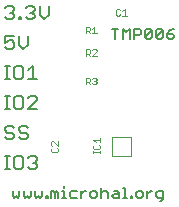
<source format=gtl>
G75*
%MOIN*%
%OFA0B0*%
%FSLAX25Y25*%
%IPPOS*%
%LPD*%
%AMOC8*
5,1,8,0,0,1.08239X$1,22.5*
%
%ADD10C,0.00600*%
%ADD11C,0.00200*%
%ADD12C,0.00500*%
%ADD13C,0.00300*%
D10*
X0032800Y0005667D02*
X0033367Y0005100D01*
X0033934Y0005667D01*
X0034501Y0005100D01*
X0035069Y0005667D01*
X0035069Y0007369D01*
X0036483Y0007369D02*
X0036483Y0005667D01*
X0037050Y0005100D01*
X0037617Y0005667D01*
X0038185Y0005100D01*
X0038752Y0005667D01*
X0038752Y0007369D01*
X0040166Y0007369D02*
X0040166Y0005667D01*
X0040733Y0005100D01*
X0041301Y0005667D01*
X0041868Y0005100D01*
X0042435Y0005667D01*
X0042435Y0007369D01*
X0043849Y0005667D02*
X0044417Y0005667D01*
X0044417Y0005100D01*
X0043849Y0005100D01*
X0043849Y0005667D01*
X0045691Y0005100D02*
X0045691Y0007369D01*
X0046258Y0007369D01*
X0046825Y0006801D01*
X0047392Y0007369D01*
X0047960Y0006801D01*
X0047960Y0005100D01*
X0046825Y0005100D02*
X0046825Y0006801D01*
X0049374Y0007369D02*
X0049941Y0007369D01*
X0049941Y0005100D01*
X0049374Y0005100D02*
X0050508Y0005100D01*
X0051830Y0005667D02*
X0052397Y0005100D01*
X0054098Y0005100D01*
X0055513Y0005100D02*
X0055513Y0007369D01*
X0056647Y0007369D02*
X0057214Y0007369D01*
X0056647Y0007369D02*
X0055513Y0006234D01*
X0054098Y0007369D02*
X0052397Y0007369D01*
X0051830Y0006801D01*
X0051830Y0005667D01*
X0049941Y0008503D02*
X0049941Y0009070D01*
X0058582Y0006801D02*
X0058582Y0005667D01*
X0059149Y0005100D01*
X0060283Y0005100D01*
X0060851Y0005667D01*
X0060851Y0006801D01*
X0060283Y0007369D01*
X0059149Y0007369D01*
X0058582Y0006801D01*
X0062265Y0006801D02*
X0062832Y0007369D01*
X0063967Y0007369D01*
X0064534Y0006801D01*
X0064534Y0005100D01*
X0065948Y0005667D02*
X0066515Y0006234D01*
X0068217Y0006234D01*
X0068217Y0006801D02*
X0068217Y0005100D01*
X0066515Y0005100D01*
X0065948Y0005667D01*
X0067650Y0007369D02*
X0068217Y0006801D01*
X0067650Y0007369D02*
X0066515Y0007369D01*
X0069631Y0008503D02*
X0070199Y0008503D01*
X0070199Y0005100D01*
X0070766Y0005100D02*
X0069631Y0005100D01*
X0072087Y0005100D02*
X0072654Y0005100D01*
X0072654Y0005667D01*
X0072087Y0005667D01*
X0072087Y0005100D01*
X0073928Y0005667D02*
X0074496Y0005100D01*
X0075630Y0005100D01*
X0076197Y0005667D01*
X0076197Y0006801D01*
X0075630Y0007369D01*
X0074496Y0007369D01*
X0073928Y0006801D01*
X0073928Y0005667D01*
X0077612Y0005100D02*
X0077612Y0007369D01*
X0078746Y0007369D02*
X0079313Y0007369D01*
X0078746Y0007369D02*
X0077612Y0006234D01*
X0080681Y0005667D02*
X0081248Y0005100D01*
X0082949Y0005100D01*
X0082949Y0004533D02*
X0082949Y0007369D01*
X0081248Y0007369D01*
X0080681Y0006801D01*
X0080681Y0005667D01*
X0081815Y0003966D02*
X0082382Y0003966D01*
X0082949Y0004533D01*
X0062265Y0005100D02*
X0062265Y0008503D01*
X0032800Y0007369D02*
X0032800Y0005667D01*
X0066934Y0058100D02*
X0066934Y0061503D01*
X0065800Y0061503D02*
X0068069Y0061503D01*
X0069483Y0061503D02*
X0070617Y0060369D01*
X0071752Y0061503D01*
X0071752Y0058100D01*
X0073166Y0058100D02*
X0073166Y0061503D01*
X0074868Y0061503D01*
X0075435Y0060936D01*
X0075435Y0059801D01*
X0074868Y0059234D01*
X0073166Y0059234D01*
X0076849Y0058667D02*
X0077417Y0058100D01*
X0078551Y0058100D01*
X0079118Y0058667D01*
X0079118Y0060936D01*
X0076849Y0058667D01*
X0076849Y0060936D01*
X0077417Y0061503D01*
X0078551Y0061503D01*
X0079118Y0060936D01*
X0080533Y0060936D02*
X0081100Y0061503D01*
X0082234Y0061503D01*
X0082801Y0060936D01*
X0080533Y0058667D01*
X0081100Y0058100D01*
X0082234Y0058100D01*
X0082801Y0058667D01*
X0082801Y0060936D01*
X0084216Y0059801D02*
X0085917Y0059801D01*
X0086484Y0059234D01*
X0086484Y0058667D01*
X0085917Y0058100D01*
X0084783Y0058100D01*
X0084216Y0058667D01*
X0084216Y0059801D01*
X0085350Y0060936D01*
X0086484Y0061503D01*
X0080533Y0060936D02*
X0080533Y0058667D01*
X0069483Y0058100D02*
X0069483Y0061503D01*
D11*
X0069373Y0065845D02*
X0070841Y0065845D01*
X0070107Y0065845D02*
X0070107Y0068047D01*
X0069373Y0067313D01*
X0068631Y0067680D02*
X0068264Y0068047D01*
X0067530Y0068047D01*
X0067163Y0067680D01*
X0067163Y0066212D01*
X0067530Y0065845D01*
X0068264Y0065845D01*
X0068631Y0066212D01*
X0060044Y0062102D02*
X0060044Y0059900D01*
X0059310Y0059900D02*
X0060778Y0059900D01*
X0059310Y0061368D02*
X0060044Y0062102D01*
X0058568Y0061735D02*
X0058568Y0061001D01*
X0058201Y0060634D01*
X0057100Y0060634D01*
X0057834Y0060634D02*
X0058568Y0059900D01*
X0057100Y0059900D02*
X0057100Y0062102D01*
X0058201Y0062102D01*
X0058568Y0061735D01*
X0058201Y0054602D02*
X0057100Y0054602D01*
X0057100Y0052400D01*
X0057100Y0053134D02*
X0058201Y0053134D01*
X0058568Y0053501D01*
X0058568Y0054235D01*
X0058201Y0054602D01*
X0059310Y0054235D02*
X0059677Y0054602D01*
X0060411Y0054602D01*
X0060778Y0054235D01*
X0060778Y0053868D01*
X0059310Y0052400D01*
X0060778Y0052400D01*
X0058568Y0052400D02*
X0057834Y0053134D01*
X0058201Y0045102D02*
X0057100Y0045102D01*
X0057100Y0042900D01*
X0057100Y0043634D02*
X0058201Y0043634D01*
X0058568Y0044001D01*
X0058568Y0044735D01*
X0058201Y0045102D01*
X0059310Y0044735D02*
X0059677Y0045102D01*
X0060411Y0045102D01*
X0060778Y0044735D01*
X0060778Y0044368D01*
X0060411Y0044001D01*
X0060778Y0043634D01*
X0060778Y0043267D01*
X0060411Y0042900D01*
X0059677Y0042900D01*
X0059310Y0043267D01*
X0058568Y0042900D02*
X0057834Y0043634D01*
X0060044Y0044001D02*
X0060411Y0044001D01*
X0061900Y0025051D02*
X0061900Y0023583D01*
X0061900Y0024317D02*
X0059698Y0024317D01*
X0060432Y0023583D01*
X0060065Y0022841D02*
X0059698Y0022474D01*
X0059698Y0021740D01*
X0060065Y0021373D01*
X0061533Y0021373D01*
X0061900Y0021740D01*
X0061900Y0022474D01*
X0061533Y0022841D01*
X0061900Y0020634D02*
X0061900Y0019900D01*
X0061900Y0020267D02*
X0059698Y0020267D01*
X0059698Y0019900D02*
X0059698Y0020634D01*
X0047841Y0020617D02*
X0047474Y0020250D01*
X0046006Y0020250D01*
X0045639Y0020617D01*
X0045639Y0021351D01*
X0046006Y0021718D01*
X0046006Y0022460D02*
X0045639Y0022827D01*
X0045639Y0023561D01*
X0046006Y0023928D01*
X0046373Y0023928D01*
X0047841Y0022460D01*
X0047841Y0023928D01*
X0047474Y0021718D02*
X0047841Y0021351D01*
X0047841Y0020617D01*
D12*
X0031751Y0014550D02*
X0030250Y0014550D01*
X0031001Y0014550D02*
X0031001Y0019054D01*
X0031751Y0019054D02*
X0030250Y0019054D01*
X0033319Y0018303D02*
X0033319Y0015301D01*
X0034070Y0014550D01*
X0035571Y0014550D01*
X0036322Y0015301D01*
X0036322Y0018303D01*
X0035571Y0019054D01*
X0034070Y0019054D01*
X0033319Y0018303D01*
X0037923Y0018303D02*
X0038674Y0019054D01*
X0040175Y0019054D01*
X0040926Y0018303D01*
X0040926Y0017553D01*
X0040175Y0016802D01*
X0040926Y0016051D01*
X0040926Y0015301D01*
X0040175Y0014550D01*
X0038674Y0014550D01*
X0037923Y0015301D01*
X0039424Y0016802D02*
X0040175Y0016802D01*
X0037106Y0024550D02*
X0035605Y0024550D01*
X0034854Y0025301D01*
X0033253Y0025301D02*
X0033253Y0026051D01*
X0032502Y0026802D01*
X0031001Y0026802D01*
X0030250Y0027553D01*
X0030250Y0028303D01*
X0031001Y0029054D01*
X0032502Y0029054D01*
X0033253Y0028303D01*
X0034854Y0028303D02*
X0034854Y0027553D01*
X0035605Y0026802D01*
X0037106Y0026802D01*
X0037856Y0026051D01*
X0037856Y0025301D01*
X0037106Y0024550D01*
X0033253Y0025301D02*
X0032502Y0024550D01*
X0031001Y0024550D01*
X0030250Y0025301D01*
X0034854Y0028303D02*
X0035605Y0029054D01*
X0037106Y0029054D01*
X0037856Y0028303D01*
X0037923Y0034550D02*
X0040926Y0037553D01*
X0040926Y0038303D01*
X0040175Y0039054D01*
X0038674Y0039054D01*
X0037923Y0038303D01*
X0036322Y0038303D02*
X0035571Y0039054D01*
X0034070Y0039054D01*
X0033319Y0038303D01*
X0033319Y0035301D01*
X0034070Y0034550D01*
X0035571Y0034550D01*
X0036322Y0035301D01*
X0036322Y0038303D01*
X0031751Y0039054D02*
X0030250Y0039054D01*
X0031001Y0039054D02*
X0031001Y0034550D01*
X0031751Y0034550D02*
X0030250Y0034550D01*
X0037923Y0034550D02*
X0040926Y0034550D01*
X0040926Y0044550D02*
X0037923Y0044550D01*
X0039424Y0044550D02*
X0039424Y0049054D01*
X0037923Y0047553D01*
X0036322Y0048303D02*
X0035571Y0049054D01*
X0034070Y0049054D01*
X0033319Y0048303D01*
X0033319Y0045301D01*
X0034070Y0044550D01*
X0035571Y0044550D01*
X0036322Y0045301D01*
X0036322Y0048303D01*
X0031751Y0049054D02*
X0030250Y0049054D01*
X0031001Y0049054D02*
X0031001Y0044550D01*
X0031751Y0044550D02*
X0030250Y0044550D01*
X0031001Y0054550D02*
X0030250Y0055301D01*
X0031001Y0054550D02*
X0032502Y0054550D01*
X0033253Y0055301D01*
X0033253Y0056802D01*
X0032502Y0057553D01*
X0031751Y0057553D01*
X0030250Y0056802D01*
X0030250Y0059054D01*
X0033253Y0059054D01*
X0034854Y0059054D02*
X0034854Y0056051D01*
X0036355Y0054550D01*
X0037856Y0056051D01*
X0037856Y0059054D01*
X0037907Y0064550D02*
X0037156Y0065301D01*
X0037907Y0064550D02*
X0039408Y0064550D01*
X0040158Y0065301D01*
X0040158Y0066051D01*
X0039408Y0066802D01*
X0038657Y0066802D01*
X0039408Y0066802D02*
X0040158Y0067553D01*
X0040158Y0068303D01*
X0039408Y0069054D01*
X0037907Y0069054D01*
X0037156Y0068303D01*
X0035605Y0065301D02*
X0034854Y0065301D01*
X0034854Y0064550D01*
X0035605Y0064550D01*
X0035605Y0065301D01*
X0033253Y0065301D02*
X0032502Y0064550D01*
X0031001Y0064550D01*
X0030250Y0065301D01*
X0031751Y0066802D02*
X0032502Y0066802D01*
X0033253Y0066051D01*
X0033253Y0065301D01*
X0032502Y0066802D02*
X0033253Y0067553D01*
X0033253Y0068303D01*
X0032502Y0069054D01*
X0031001Y0069054D01*
X0030250Y0068303D01*
X0041760Y0069054D02*
X0041760Y0066051D01*
X0043261Y0064550D01*
X0044762Y0066051D01*
X0044762Y0069054D01*
D13*
X0065850Y0025450D02*
X0072150Y0025450D01*
X0072150Y0019150D01*
X0065850Y0019150D01*
X0065850Y0025450D01*
M02*

</source>
